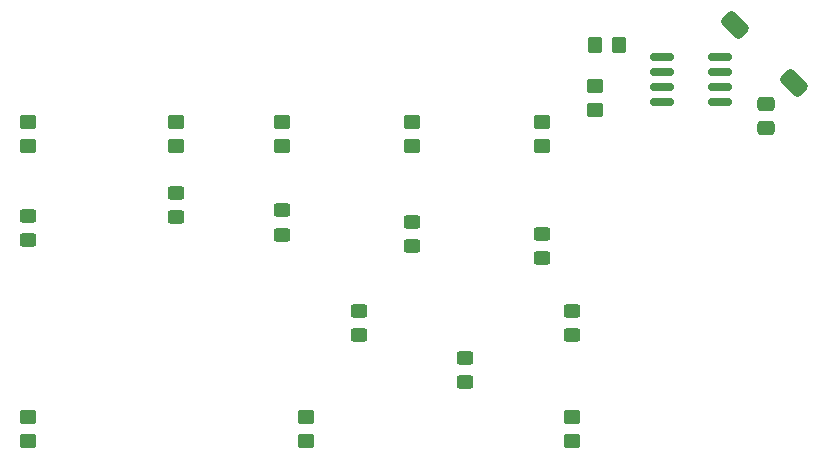
<source format=gbr>
%TF.GenerationSoftware,KiCad,Pcbnew,7.0.6-7.0.6~ubuntu22.04.1*%
%TF.CreationDate,2023-08-22T06:29:40+01:00*%
%TF.ProjectId,elecsoc_card,656c6563-736f-4635-9f63-6172642e6b69,rev?*%
%TF.SameCoordinates,Original*%
%TF.FileFunction,Paste,Top*%
%TF.FilePolarity,Positive*%
%FSLAX46Y46*%
G04 Gerber Fmt 4.6, Leading zero omitted, Abs format (unit mm)*
G04 Created by KiCad (PCBNEW 7.0.6-7.0.6~ubuntu22.04.1) date 2023-08-22 06:29:40*
%MOMM*%
%LPD*%
G01*
G04 APERTURE LIST*
G04 Aperture macros list*
%AMRoundRect*
0 Rectangle with rounded corners*
0 $1 Rounding radius*
0 $2 $3 $4 $5 $6 $7 $8 $9 X,Y pos of 4 corners*
0 Add a 4 corners polygon primitive as box body*
4,1,4,$2,$3,$4,$5,$6,$7,$8,$9,$2,$3,0*
0 Add four circle primitives for the rounded corners*
1,1,$1+$1,$2,$3*
1,1,$1+$1,$4,$5*
1,1,$1+$1,$6,$7*
1,1,$1+$1,$8,$9*
0 Add four rect primitives between the rounded corners*
20,1,$1+$1,$2,$3,$4,$5,0*
20,1,$1+$1,$4,$5,$6,$7,0*
20,1,$1+$1,$6,$7,$8,$9,0*
20,1,$1+$1,$8,$9,$2,$3,0*%
G04 Aperture macros list end*
%ADD10RoundRect,0.381000X-0.808223X0.269408X0.269408X-0.808223X0.808223X-0.269408X-0.269408X0.808223X0*%
%ADD11RoundRect,0.250000X0.450000X-0.325000X0.450000X0.325000X-0.450000X0.325000X-0.450000X-0.325000X0*%
%ADD12RoundRect,0.250000X-0.450000X0.350000X-0.450000X-0.350000X0.450000X-0.350000X0.450000X0.350000X0*%
%ADD13RoundRect,0.250000X-0.450000X0.325000X-0.450000X-0.325000X0.450000X-0.325000X0.450000X0.325000X0*%
%ADD14RoundRect,0.250000X0.450000X-0.350000X0.450000X0.350000X-0.450000X0.350000X-0.450000X-0.350000X0*%
%ADD15RoundRect,0.250000X-0.350000X-0.450000X0.350000X-0.450000X0.350000X0.450000X-0.350000X0.450000X0*%
%ADD16RoundRect,0.150000X0.825000X0.150000X-0.825000X0.150000X-0.825000X-0.150000X0.825000X-0.150000X0*%
%ADD17RoundRect,0.250000X-0.475000X0.337500X-0.475000X-0.337500X0.475000X-0.337500X0.475000X0.337500X0*%
G04 APERTURE END LIST*
D10*
%TO.C,J1*%
X176800000Y-66200000D03*
X171850252Y-61250252D03*
%TD*%
D11*
%TO.C,D3*%
X133475000Y-79025000D03*
X133475000Y-76975000D03*
%TD*%
%TO.C,D8*%
X139975000Y-87525000D03*
X139975000Y-85475000D03*
%TD*%
D12*
%TO.C,R6*%
X155500000Y-69500000D03*
X155500000Y-71500000D03*
%TD*%
%TO.C,R7*%
X144500000Y-69500000D03*
X144500000Y-71500000D03*
%TD*%
D13*
%TO.C,D6*%
X158000000Y-85475000D03*
X158000000Y-87525000D03*
%TD*%
D11*
%TO.C,D4*%
X155475000Y-81025000D03*
X155475000Y-78975000D03*
%TD*%
D14*
%TO.C,R1*%
X160000000Y-68462500D03*
X160000000Y-66462500D03*
%TD*%
D12*
%TO.C,R8*%
X158000000Y-94500000D03*
X158000000Y-96500000D03*
%TD*%
%TO.C,R4*%
X124500000Y-69500000D03*
X124500000Y-71500000D03*
%TD*%
D15*
%TO.C,R2*%
X160000000Y-62962500D03*
X162000000Y-62962500D03*
%TD*%
D12*
%TO.C,R10*%
X112000000Y-94500000D03*
X112000000Y-96500000D03*
%TD*%
D11*
%TO.C,D5*%
X144475000Y-80025000D03*
X144475000Y-77975000D03*
%TD*%
D12*
%TO.C,R9*%
X135500000Y-94500000D03*
X135500000Y-96500000D03*
%TD*%
D13*
%TO.C,D7*%
X149000000Y-89475000D03*
X149000000Y-91525000D03*
%TD*%
D12*
%TO.C,R3*%
X112000000Y-69500000D03*
X112000000Y-71500000D03*
%TD*%
D16*
%TO.C,U1*%
X170600000Y-67810000D03*
X170600000Y-66540000D03*
X170600000Y-65270000D03*
X170600000Y-64000000D03*
X165650000Y-64000000D03*
X165650000Y-65270000D03*
X165650000Y-66540000D03*
X165650000Y-67810000D03*
%TD*%
D12*
%TO.C,R5*%
X133500000Y-69500000D03*
X133500000Y-71500000D03*
%TD*%
D17*
%TO.C,C1*%
X174500000Y-67962500D03*
X174500000Y-70037500D03*
%TD*%
D11*
%TO.C,D2*%
X124475000Y-77525000D03*
X124475000Y-75475000D03*
%TD*%
%TO.C,D1*%
X111975000Y-79525000D03*
X111975000Y-77475000D03*
%TD*%
M02*

</source>
